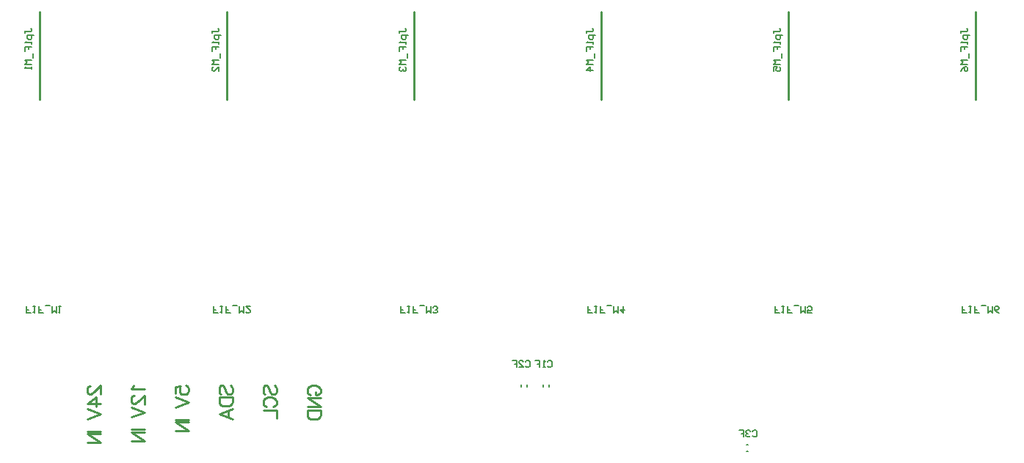
<source format=gbo>
G04 Layer_Color=32896*
%FSLAX24Y24*%
%MOIN*%
G70*
G01*
G75*
%ADD18C,0.0100*%
%ADD37C,0.0079*%
%ADD41C,0.0070*%
D18*
X58500Y18000D02*
Y22000D01*
X50000Y18000D02*
Y22000D01*
X41500Y18000D02*
Y22000D01*
X33000Y18000D02*
Y22000D01*
X24500Y18000D02*
Y22000D01*
X16000Y18000D02*
Y22000D01*
X28293Y4572D02*
X28236Y4600D01*
X28179Y4657D01*
X28150Y4714D01*
Y4829D01*
X28179Y4886D01*
X28236Y4943D01*
X28293Y4971D01*
X28379Y5000D01*
X28521D01*
X28607Y4971D01*
X28664Y4943D01*
X28721Y4886D01*
X28750Y4829D01*
Y4714D01*
X28721Y4657D01*
X28664Y4600D01*
X28607Y4572D01*
X28521D01*
Y4714D02*
Y4572D01*
X28150Y4434D02*
X28750D01*
X28150D02*
X28750Y4034D01*
X28150D02*
X28750D01*
X28150Y3869D02*
X28750D01*
X28150D02*
Y3669D01*
X28179Y3583D01*
X28236Y3526D01*
X28293Y3497D01*
X28379Y3469D01*
X28521D01*
X28607Y3497D01*
X28664Y3526D01*
X28721Y3583D01*
X28750Y3669D01*
Y3869D01*
X26236Y4600D02*
X26179Y4657D01*
X26150Y4743D01*
Y4857D01*
X26179Y4943D01*
X26236Y5000D01*
X26293D01*
X26350Y4971D01*
X26379Y4943D01*
X26407Y4886D01*
X26464Y4714D01*
X26493Y4657D01*
X26521Y4629D01*
X26579Y4600D01*
X26664D01*
X26721Y4657D01*
X26750Y4743D01*
Y4857D01*
X26721Y4943D01*
X26664Y5000D01*
X26293Y4037D02*
X26236Y4066D01*
X26179Y4123D01*
X26150Y4180D01*
Y4294D01*
X26179Y4352D01*
X26236Y4409D01*
X26293Y4437D01*
X26379Y4466D01*
X26521D01*
X26607Y4437D01*
X26664Y4409D01*
X26721Y4352D01*
X26750Y4294D01*
Y4180D01*
X26721Y4123D01*
X26664Y4066D01*
X26607Y4037D01*
X26150Y3869D02*
X26750D01*
Y3526D01*
X24236Y4600D02*
X24179Y4657D01*
X24150Y4743D01*
Y4857D01*
X24179Y4943D01*
X24236Y5000D01*
X24293D01*
X24350Y4971D01*
X24379Y4943D01*
X24407Y4886D01*
X24464Y4714D01*
X24493Y4657D01*
X24521Y4629D01*
X24579Y4600D01*
X24664D01*
X24721Y4657D01*
X24750Y4743D01*
Y4857D01*
X24721Y4943D01*
X24664Y5000D01*
X24150Y4466D02*
X24750D01*
X24150D02*
Y4266D01*
X24179Y4180D01*
X24236Y4123D01*
X24293Y4094D01*
X24379Y4066D01*
X24521D01*
X24607Y4094D01*
X24664Y4123D01*
X24721Y4180D01*
X24750Y4266D01*
Y4466D01*
Y3475D02*
X24150Y3703D01*
X24750Y3932D01*
X24550Y3846D02*
Y3560D01*
X22150Y4657D02*
Y4943D01*
X22407Y4971D01*
X22379Y4943D01*
X22350Y4857D01*
Y4771D01*
X22379Y4686D01*
X22436Y4629D01*
X22521Y4600D01*
X22579D01*
X22664Y4629D01*
X22721Y4686D01*
X22750Y4771D01*
Y4857D01*
X22721Y4943D01*
X22693Y4971D01*
X22636Y5000D01*
X22150Y4466D02*
X22750Y4237D01*
X22150Y4009D02*
X22750Y4237D01*
X22150Y3460D02*
X22750D01*
X22150Y3335D02*
X22750D01*
X22150D02*
X22750Y2935D01*
X22150D02*
X22750D01*
X20264Y5000D02*
X20236Y4943D01*
X20150Y4857D01*
X20750D01*
X20293Y4532D02*
X20264D01*
X20207Y4503D01*
X20179Y4474D01*
X20150Y4417D01*
Y4303D01*
X20179Y4246D01*
X20207Y4217D01*
X20264Y4189D01*
X20322D01*
X20379Y4217D01*
X20464Y4274D01*
X20750Y4560D01*
Y4160D01*
X20150Y4026D02*
X20750Y3797D01*
X20150Y3569D02*
X20750Y3797D01*
X20150Y3020D02*
X20750D01*
X20150Y2895D02*
X20750D01*
X20150D02*
X20750Y2495D01*
X20150D02*
X20750D01*
X18293Y4971D02*
X18264D01*
X18207Y4943D01*
X18179Y4914D01*
X18150Y4857D01*
Y4743D01*
X18179Y4686D01*
X18207Y4657D01*
X18264Y4629D01*
X18322D01*
X18379Y4657D01*
X18464Y4714D01*
X18750Y5000D01*
Y4600D01*
X18150Y4180D02*
X18550Y4466D01*
Y4037D01*
X18150Y4180D02*
X18750D01*
X18150Y3932D02*
X18750Y3703D01*
X18150Y3475D02*
X18750Y3703D01*
X18150Y2926D02*
X18750D01*
X18150Y2800D02*
X18750D01*
X18150D02*
X18750Y2401D01*
X18150D02*
X18750D01*
D37*
X38138Y4961D02*
Y5039D01*
X37862Y4961D02*
Y5039D01*
X39138Y4961D02*
Y5039D01*
X38862Y4961D02*
Y5039D01*
X48101Y2022D02*
X48179D01*
X48101Y2298D02*
X48179D01*
D41*
X15602Y8300D02*
X15402D01*
Y8450D01*
X15502D01*
X15402D01*
Y8600D01*
X15702D02*
X15802D01*
X15752D01*
Y8300D01*
X15702Y8350D01*
X16152Y8300D02*
X15952D01*
Y8450D01*
X16052D01*
X15952D01*
Y8600D01*
X16252Y8650D02*
X16452D01*
X16552Y8600D02*
Y8300D01*
X16652Y8400D01*
X16751Y8300D01*
Y8600D01*
X16851D02*
X16951D01*
X16901D01*
Y8300D01*
X16851Y8350D01*
X24102Y8300D02*
X23902D01*
Y8450D01*
X24002D01*
X23902D01*
Y8600D01*
X24202D02*
X24302D01*
X24252D01*
Y8300D01*
X24202Y8350D01*
X24652Y8300D02*
X24452D01*
Y8450D01*
X24552D01*
X24452D01*
Y8600D01*
X24752Y8650D02*
X24952D01*
X25052Y8600D02*
Y8300D01*
X25152Y8400D01*
X25251Y8300D01*
Y8600D01*
X25551D02*
X25351D01*
X25551Y8400D01*
Y8350D01*
X25501Y8300D01*
X25401D01*
X25351Y8350D01*
X32602Y8300D02*
X32402D01*
Y8450D01*
X32502D01*
X32402D01*
Y8600D01*
X32702D02*
X32802D01*
X32752D01*
Y8300D01*
X32702Y8350D01*
X33152Y8300D02*
X32952D01*
Y8450D01*
X33052D01*
X32952D01*
Y8600D01*
X33252Y8650D02*
X33452D01*
X33552Y8600D02*
Y8300D01*
X33652Y8400D01*
X33751Y8300D01*
Y8600D01*
X33851Y8350D02*
X33901Y8300D01*
X34001D01*
X34051Y8350D01*
Y8400D01*
X34001Y8450D01*
X33951D01*
X34001D01*
X34051Y8500D01*
Y8550D01*
X34001Y8600D01*
X33901D01*
X33851Y8550D01*
X41102Y8300D02*
X40902D01*
Y8450D01*
X41002D01*
X40902D01*
Y8600D01*
X41202D02*
X41302D01*
X41252D01*
Y8300D01*
X41202Y8350D01*
X41652Y8300D02*
X41452D01*
Y8450D01*
X41552D01*
X41452D01*
Y8600D01*
X41752Y8650D02*
X41952D01*
X42052Y8600D02*
Y8300D01*
X42152Y8400D01*
X42251Y8300D01*
Y8600D01*
X42501D02*
Y8300D01*
X42351Y8450D01*
X42551D01*
X48380Y2920D02*
X48430Y2970D01*
X48530D01*
X48580Y2920D01*
Y2720D01*
X48530Y2670D01*
X48430D01*
X48380Y2720D01*
X48280Y2920D02*
X48230Y2970D01*
X48130D01*
X48080Y2920D01*
Y2870D01*
X48130Y2820D01*
X48180D01*
X48130D01*
X48080Y2770D01*
Y2720D01*
X48130Y2670D01*
X48230D01*
X48280Y2720D01*
X47780Y2970D02*
X47980D01*
Y2820D01*
X47880D01*
X47980D01*
Y2670D01*
X38060Y6090D02*
X38110Y6140D01*
X38210D01*
X38260Y6090D01*
Y5890D01*
X38210Y5840D01*
X38110D01*
X38060Y5890D01*
X37760Y5840D02*
X37960D01*
X37760Y6040D01*
Y6090D01*
X37810Y6140D01*
X37910D01*
X37960Y6090D01*
X37460Y6140D02*
X37660D01*
Y5990D01*
X37560D01*
X37660D01*
Y5840D01*
X39060Y6090D02*
X39110Y6140D01*
X39210D01*
X39260Y6090D01*
Y5890D01*
X39210Y5840D01*
X39110D01*
X39060Y5890D01*
X38960Y5840D02*
X38860D01*
X38910D01*
Y6140D01*
X38960Y6090D01*
X38510Y6140D02*
X38710D01*
Y5990D01*
X38610D01*
X38710D01*
Y5840D01*
X58102Y8300D02*
X57902D01*
Y8450D01*
X58002D01*
X57902D01*
Y8600D01*
X58202D02*
X58302D01*
X58252D01*
Y8300D01*
X58202Y8350D01*
X58652Y8300D02*
X58452D01*
Y8450D01*
X58552D01*
X58452D01*
Y8600D01*
X58752Y8650D02*
X58952D01*
X59052Y8600D02*
Y8300D01*
X59152Y8400D01*
X59251Y8300D01*
Y8600D01*
X59551Y8300D02*
X59451Y8350D01*
X59351Y8450D01*
Y8550D01*
X59401Y8600D01*
X59501D01*
X59551Y8550D01*
Y8500D01*
X59501Y8450D01*
X59351D01*
X49602Y8300D02*
X49402D01*
Y8450D01*
X49502D01*
X49402D01*
Y8600D01*
X49702D02*
X49802D01*
X49752D01*
Y8300D01*
X49702Y8350D01*
X50152Y8300D02*
X49952D01*
Y8450D01*
X50052D01*
X49952D01*
Y8600D01*
X50252Y8650D02*
X50452D01*
X50552Y8600D02*
Y8300D01*
X50652Y8400D01*
X50751Y8300D01*
Y8600D01*
X51051Y8300D02*
X50851D01*
Y8450D01*
X50951Y8400D01*
X51001D01*
X51051Y8450D01*
Y8550D01*
X51001Y8600D01*
X50901D01*
X50851Y8550D01*
X15340Y21050D02*
Y21150D01*
Y21100D01*
X15590D01*
X15640Y21150D01*
Y21200D01*
X15590Y21250D01*
X15740Y20950D02*
X15440D01*
Y20800D01*
X15490Y20750D01*
X15590D01*
X15640Y20800D01*
Y20950D01*
Y20650D02*
Y20550D01*
Y20600D01*
X15340D01*
X15390Y20650D01*
X15340Y20200D02*
Y20400D01*
X15490D01*
Y20300D01*
Y20400D01*
X15640D01*
X15690Y20100D02*
Y19900D01*
X15640Y19800D02*
X15340D01*
X15440Y19700D01*
X15340Y19601D01*
X15640D01*
Y19501D02*
Y19401D01*
Y19451D01*
X15340D01*
X15390Y19501D01*
X23840Y21050D02*
Y21150D01*
Y21100D01*
X24090D01*
X24140Y21150D01*
Y21200D01*
X24090Y21250D01*
X24240Y20950D02*
X23940D01*
Y20800D01*
X23990Y20750D01*
X24090D01*
X24140Y20800D01*
Y20950D01*
Y20650D02*
Y20550D01*
Y20600D01*
X23840D01*
X23890Y20650D01*
X23840Y20200D02*
Y20400D01*
X23990D01*
Y20300D01*
Y20400D01*
X24140D01*
X24190Y20100D02*
Y19900D01*
X24140Y19800D02*
X23840D01*
X23940Y19700D01*
X23840Y19601D01*
X24140D01*
Y19301D02*
Y19501D01*
X23940Y19301D01*
X23890D01*
X23840Y19351D01*
Y19451D01*
X23890Y19501D01*
X32340Y21050D02*
Y21150D01*
Y21100D01*
X32590D01*
X32640Y21150D01*
Y21200D01*
X32590Y21250D01*
X32740Y20950D02*
X32440D01*
Y20800D01*
X32490Y20750D01*
X32590D01*
X32640Y20800D01*
Y20950D01*
Y20650D02*
Y20550D01*
Y20600D01*
X32340D01*
X32390Y20650D01*
X32340Y20200D02*
Y20400D01*
X32490D01*
Y20300D01*
Y20400D01*
X32640D01*
X32690Y20100D02*
Y19900D01*
X32640Y19800D02*
X32340D01*
X32440Y19700D01*
X32340Y19601D01*
X32640D01*
X32390Y19501D02*
X32340Y19451D01*
Y19351D01*
X32390Y19301D01*
X32440D01*
X32490Y19351D01*
Y19401D01*
Y19351D01*
X32540Y19301D01*
X32590D01*
X32640Y19351D01*
Y19451D01*
X32590Y19501D01*
X40840Y21050D02*
Y21150D01*
Y21100D01*
X41090D01*
X41140Y21150D01*
Y21200D01*
X41090Y21250D01*
X41240Y20950D02*
X40940D01*
Y20800D01*
X40990Y20750D01*
X41090D01*
X41140Y20800D01*
Y20950D01*
Y20650D02*
Y20550D01*
Y20600D01*
X40840D01*
X40890Y20650D01*
X40840Y20200D02*
Y20400D01*
X40990D01*
Y20300D01*
Y20400D01*
X41140D01*
X41190Y20100D02*
Y19900D01*
X41140Y19800D02*
X40840D01*
X40940Y19700D01*
X40840Y19601D01*
X41140D01*
Y19351D02*
X40840D01*
X40990Y19501D01*
Y19301D01*
X49340Y21050D02*
Y21150D01*
Y21100D01*
X49590D01*
X49640Y21150D01*
Y21200D01*
X49590Y21250D01*
X49740Y20950D02*
X49440D01*
Y20800D01*
X49490Y20750D01*
X49590D01*
X49640Y20800D01*
Y20950D01*
Y20650D02*
Y20550D01*
Y20600D01*
X49340D01*
X49390Y20650D01*
X49340Y20200D02*
Y20400D01*
X49490D01*
Y20300D01*
Y20400D01*
X49640D01*
X49690Y20100D02*
Y19900D01*
X49640Y19800D02*
X49340D01*
X49440Y19700D01*
X49340Y19601D01*
X49640D01*
X49340Y19301D02*
Y19501D01*
X49490D01*
X49440Y19401D01*
Y19351D01*
X49490Y19301D01*
X49590D01*
X49640Y19351D01*
Y19451D01*
X49590Y19501D01*
X57840Y21050D02*
Y21150D01*
Y21100D01*
X58090D01*
X58140Y21150D01*
Y21200D01*
X58090Y21250D01*
X58240Y20950D02*
X57940D01*
Y20800D01*
X57990Y20750D01*
X58090D01*
X58140Y20800D01*
Y20950D01*
Y20650D02*
Y20550D01*
Y20600D01*
X57840D01*
X57890Y20650D01*
X57840Y20200D02*
Y20400D01*
X57990D01*
Y20300D01*
Y20400D01*
X58140D01*
X58190Y20100D02*
Y19900D01*
X58140Y19800D02*
X57840D01*
X57940Y19700D01*
X57840Y19601D01*
X58140D01*
X57840Y19301D02*
X57890Y19401D01*
X57990Y19501D01*
X58090D01*
X58140Y19451D01*
Y19351D01*
X58090Y19301D01*
X58040D01*
X57990Y19351D01*
Y19501D01*
M02*

</source>
